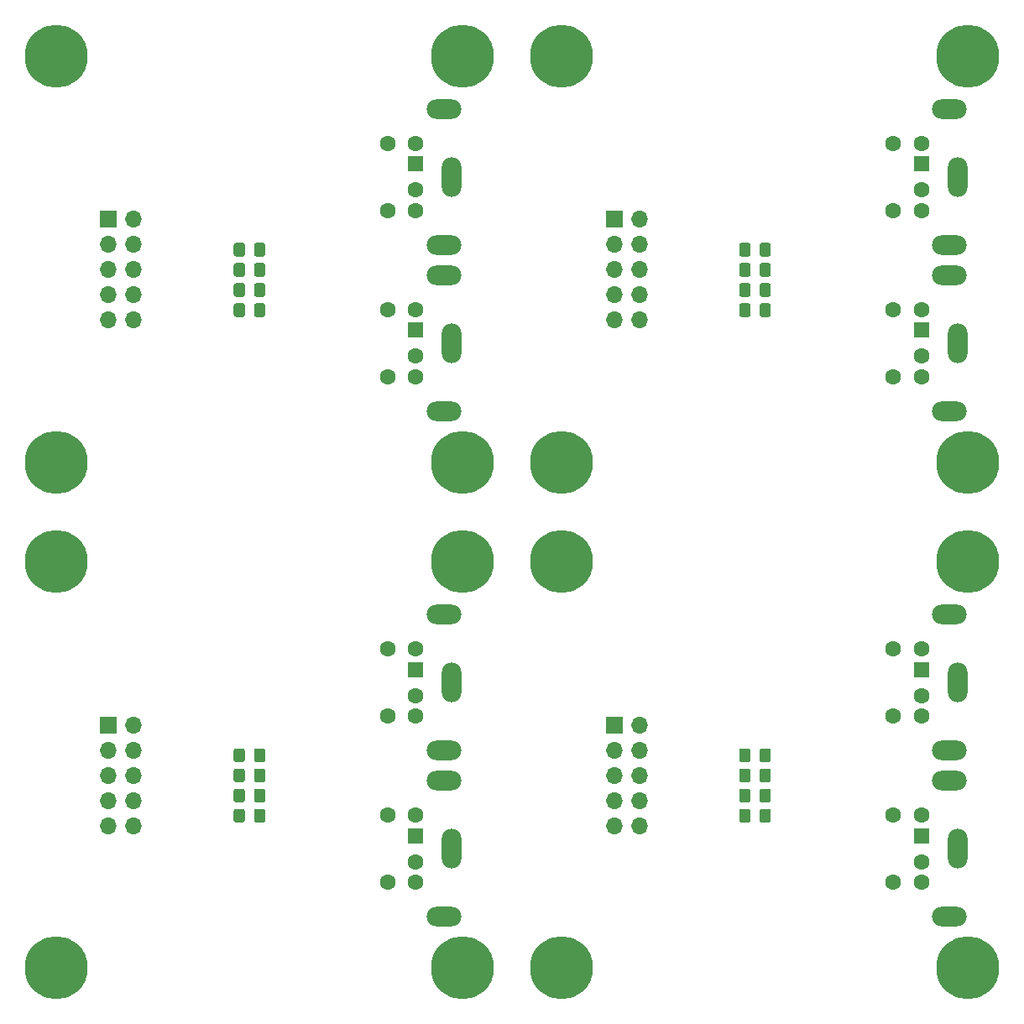
<source format=gbs>
%MOIN*%
%OFA0B0*%
%FSLAX46Y46*%
%IPPOS*%
%LPD*%
%ADD10C,0.25*%
%ADD11O,0.13779527559055119X0.07874015748031496*%
%ADD12R,0.062992125984251982X0.062992125984251982*%
%ADD13C,0.062992125984251982*%
%ADD14O,0.07874015748031496X0.15748031496062992*%
%ADD15R,0.066929133858267723X0.066929133858267723*%
%ADD16O,0.066929133858267723X0.066929133858267723*%
%ADD27C,0.25*%
%ADD28O,0.13779527559055119X0.07874015748031496*%
%ADD29R,0.062992125984251982X0.062992125984251982*%
%ADD30C,0.062992125984251982*%
%ADD31O,0.07874015748031496X0.15748031496062992*%
%ADD32R,0.066929133858267723X0.066929133858267723*%
%ADD33O,0.066929133858267723X0.066929133858267723*%
%ADD34C,0.25*%
%ADD35O,0.13779527559055119X0.07874015748031496*%
%ADD36R,0.062992125984251982X0.062992125984251982*%
%ADD37C,0.062992125984251982*%
%ADD38O,0.07874015748031496X0.15748031496062992*%
%ADD39R,0.066929133858267723X0.066929133858267723*%
%ADD40O,0.066929133858267723X0.066929133858267723*%
%ADD41C,0.25*%
%ADD42O,0.13779527559055119X0.07874015748031496*%
%ADD43R,0.062992125984251982X0.062992125984251982*%
%ADD44C,0.062992125984251982*%
%ADD45O,0.07874015748031496X0.15748031496062992*%
%ADD46R,0.066929133858267723X0.066929133858267723*%
%ADD47O,0.066929133858267723X0.066929133858267723*%
G01*
D10*
X-0000393700Y0002322834D02*
X0000157480Y0000157480D03*
X0001771653Y0000157480D03*
X0001771653Y0001771653D03*
X0000157480Y0001771653D03*
D11*
X0001698503Y0001021968D03*
X0001698503Y0001561338D03*
D12*
X0001586299Y0001342834D03*
D13*
X0001586299Y0001240472D03*
X0001586299Y0001425511D03*
X0001586299Y0001157795D03*
X0001476062Y0001425511D03*
X0001476062Y0001157795D03*
D14*
X0001730000Y0001291653D03*
X0001730000Y0000631653D03*
D13*
X0001476062Y0000497795D03*
X0001476062Y0000765511D03*
X0001586299Y0000497795D03*
X0001586299Y0000765511D03*
X0001586299Y0000580472D03*
D12*
X0001586299Y0000682834D03*
D11*
X0001698503Y0000901338D03*
X0001698503Y0000361968D03*
D15*
X0000366299Y0001122834D03*
D16*
X0000466299Y0001122834D03*
X0000366299Y0001022834D03*
X0000466299Y0001022834D03*
X0000366299Y0000922834D03*
X0000466299Y0000922834D03*
X0000366299Y0000822834D03*
X0000466299Y0000822834D03*
X0000366299Y0000722834D03*
X0000466299Y0000722834D03*
G36*
G01*
X0000989291Y0001020551D02*
X0000989291Y0000985118D01*
G75*
G02*
X0000979448Y0000975275I-0000009842D01*
G01*
X0000953858Y0000975275D01*
G75*
G02*
X0000944015Y0000985118J0000009842D01*
G01*
X0000944015Y0001020551D01*
G75*
G02*
X0000953858Y0001030393I0000009842D01*
G01*
X0000979448Y0001030393D01*
G75*
G02*
X0000989291Y0001020551J-0000009842D01*
G01*
G37*
G36*
G01*
X0000908582Y0001020551D02*
X0000908582Y0000985118D01*
G75*
G02*
X0000898740Y0000975275I-0000009842D01*
G01*
X0000873149Y0000975275D01*
G75*
G02*
X0000863307Y0000985118J0000009842D01*
G01*
X0000863307Y0001020551D01*
G75*
G02*
X0000873149Y0001030393I0000009842D01*
G01*
X0000898740Y0001030393D01*
G75*
G02*
X0000908582Y0001020551J-0000009842D01*
G01*
G37*
G36*
G01*
X0000908582Y0000940551D02*
X0000908582Y0000905118D01*
G75*
G02*
X0000898740Y0000895275I-0000009842D01*
G01*
X0000873149Y0000895275D01*
G75*
G02*
X0000863307Y0000905118J0000009842D01*
G01*
X0000863307Y0000940551D01*
G75*
G02*
X0000873149Y0000950393I0000009842D01*
G01*
X0000898740Y0000950393D01*
G75*
G02*
X0000908582Y0000940551J-0000009842D01*
G01*
G37*
G36*
G01*
X0000989291Y0000940551D02*
X0000989291Y0000905118D01*
G75*
G02*
X0000979448Y0000895275I-0000009842D01*
G01*
X0000953858Y0000895275D01*
G75*
G02*
X0000944015Y0000905118J0000009842D01*
G01*
X0000944015Y0000940551D01*
G75*
G02*
X0000953858Y0000950393I0000009842D01*
G01*
X0000979448Y0000950393D01*
G75*
G02*
X0000989291Y0000940551J-0000009842D01*
G01*
G37*
G36*
G01*
X0000989291Y0000860551D02*
X0000989291Y0000825118D01*
G75*
G02*
X0000979448Y0000815275I-0000009842D01*
G01*
X0000953858Y0000815275D01*
G75*
G02*
X0000944015Y0000825118J0000009842D01*
G01*
X0000944015Y0000860551D01*
G75*
G02*
X0000953858Y0000870393I0000009842D01*
G01*
X0000979448Y0000870393D01*
G75*
G02*
X0000989291Y0000860551J-0000009842D01*
G01*
G37*
G36*
G01*
X0000908582Y0000860551D02*
X0000908582Y0000825118D01*
G75*
G02*
X0000898740Y0000815275I-0000009842D01*
G01*
X0000873149Y0000815275D01*
G75*
G02*
X0000863307Y0000825118J0000009842D01*
G01*
X0000863307Y0000860551D01*
G75*
G02*
X0000873149Y0000870393I0000009842D01*
G01*
X0000898740Y0000870393D01*
G75*
G02*
X0000908582Y0000860551J-0000009842D01*
G01*
G37*
G36*
G01*
X0000908582Y0000780551D02*
X0000908582Y0000745118D01*
G75*
G02*
X0000898740Y0000735275I-0000009842D01*
G01*
X0000873149Y0000735275D01*
G75*
G02*
X0000863307Y0000745118J0000009842D01*
G01*
X0000863307Y0000780551D01*
G75*
G02*
X0000873149Y0000790393I0000009842D01*
G01*
X0000898740Y0000790393D01*
G75*
G02*
X0000908582Y0000780551J-0000009842D01*
G01*
G37*
G36*
G01*
X0000989291Y0000780551D02*
X0000989291Y0000745118D01*
G75*
G02*
X0000979448Y0000735275I-0000009842D01*
G01*
X0000953858Y0000735275D01*
G75*
G02*
X0000944015Y0000745118J0000009842D01*
G01*
X0000944015Y0000780551D01*
G75*
G02*
X0000953858Y0000790393I0000009842D01*
G01*
X0000979448Y0000790393D01*
G75*
G02*
X0000989291Y0000780551J-0000009842D01*
G01*
G37*
G04 next file*
G04 #@! TF.GenerationSoftware,KiCad,Pcbnew,(5.1.10)-1*
G04 #@! TF.CreationDate,2022-01-20T17:19:38-05:00*
G04 #@! TF.ProjectId,PS2X49,50533258-3439-42e6-9b69-6361645f7063,X1*
G04 #@! TF.SameCoordinates,Original*
G04 #@! TF.FileFunction,Soldermask,Bot*
G04 #@! TF.FilePolarity,Negative*
G04 Gerber Fmt 4.6, Leading zero omitted, Abs format (unit mm)*
G04 Created by KiCad (PCBNEW (5.1.10)-1) date 2022-01-20 17:19:38*
G01*
G04 APERTURE LIST*
G04 APERTURE END LIST*
D27*
X0001614173Y0004330708D02*
X0002165354Y0002165354D03*
X0003779527Y0002165354D03*
X0003779527Y0003779527D03*
X0002165354Y0003779527D03*
D28*
X0003706377Y0003029842D03*
X0003706377Y0003569212D03*
D29*
X0003594173Y0003350708D03*
D30*
X0003594173Y0003248346D03*
X0003594173Y0003433385D03*
X0003594173Y0003165669D03*
X0003483936Y0003433385D03*
X0003483936Y0003165669D03*
D31*
X0003737874Y0003299527D03*
X0003737874Y0002639527D03*
D30*
X0003483936Y0002505669D03*
X0003483936Y0002773385D03*
X0003594173Y0002505669D03*
X0003594173Y0002773385D03*
X0003594173Y0002588346D03*
D29*
X0003594173Y0002690708D03*
D28*
X0003706377Y0002909212D03*
X0003706377Y0002369842D03*
D32*
X0002374173Y0003130708D03*
D33*
X0002474173Y0003130708D03*
X0002374173Y0003030708D03*
X0002474173Y0003030708D03*
X0002374173Y0002930708D03*
X0002474173Y0002930708D03*
X0002374173Y0002830708D03*
X0002474173Y0002830708D03*
X0002374173Y0002730708D03*
X0002474173Y0002730708D03*
G36*
G01*
X0002997165Y0003028425D02*
X0002997165Y0002992992D01*
G75*
G02*
X0002987322Y0002983149I-0000009842D01*
G01*
X0002961732Y0002983149D01*
G75*
G02*
X0002951889Y0002992992J0000009842D01*
G01*
X0002951889Y0003028425D01*
G75*
G02*
X0002961732Y0003038267I0000009842D01*
G01*
X0002987322Y0003038267D01*
G75*
G02*
X0002997165Y0003028425J-0000009842D01*
G01*
G37*
G36*
G01*
X0002916456Y0003028425D02*
X0002916456Y0002992992D01*
G75*
G02*
X0002906614Y0002983149I-0000009842D01*
G01*
X0002881023Y0002983149D01*
G75*
G02*
X0002871181Y0002992992J0000009842D01*
G01*
X0002871181Y0003028425D01*
G75*
G02*
X0002881023Y0003038267I0000009842D01*
G01*
X0002906614Y0003038267D01*
G75*
G02*
X0002916456Y0003028425J-0000009842D01*
G01*
G37*
G36*
G01*
X0002916456Y0002948425D02*
X0002916456Y0002912992D01*
G75*
G02*
X0002906614Y0002903149I-0000009842D01*
G01*
X0002881023Y0002903149D01*
G75*
G02*
X0002871181Y0002912992J0000009842D01*
G01*
X0002871181Y0002948425D01*
G75*
G02*
X0002881023Y0002958267I0000009842D01*
G01*
X0002906614Y0002958267D01*
G75*
G02*
X0002916456Y0002948425J-0000009842D01*
G01*
G37*
G36*
G01*
X0002997165Y0002948425D02*
X0002997165Y0002912992D01*
G75*
G02*
X0002987322Y0002903149I-0000009842D01*
G01*
X0002961732Y0002903149D01*
G75*
G02*
X0002951889Y0002912992J0000009842D01*
G01*
X0002951889Y0002948425D01*
G75*
G02*
X0002961732Y0002958267I0000009842D01*
G01*
X0002987322Y0002958267D01*
G75*
G02*
X0002997165Y0002948425J-0000009842D01*
G01*
G37*
G36*
G01*
X0002997165Y0002868425D02*
X0002997165Y0002832992D01*
G75*
G02*
X0002987322Y0002823149I-0000009842D01*
G01*
X0002961732Y0002823149D01*
G75*
G02*
X0002951889Y0002832992J0000009842D01*
G01*
X0002951889Y0002868425D01*
G75*
G02*
X0002961732Y0002878267I0000009842D01*
G01*
X0002987322Y0002878267D01*
G75*
G02*
X0002997165Y0002868425J-0000009842D01*
G01*
G37*
G36*
G01*
X0002916456Y0002868425D02*
X0002916456Y0002832992D01*
G75*
G02*
X0002906614Y0002823149I-0000009842D01*
G01*
X0002881023Y0002823149D01*
G75*
G02*
X0002871181Y0002832992J0000009842D01*
G01*
X0002871181Y0002868425D01*
G75*
G02*
X0002881023Y0002878267I0000009842D01*
G01*
X0002906614Y0002878267D01*
G75*
G02*
X0002916456Y0002868425J-0000009842D01*
G01*
G37*
G36*
G01*
X0002916456Y0002788425D02*
X0002916456Y0002752992D01*
G75*
G02*
X0002906614Y0002743149I-0000009842D01*
G01*
X0002881023Y0002743149D01*
G75*
G02*
X0002871181Y0002752992J0000009842D01*
G01*
X0002871181Y0002788425D01*
G75*
G02*
X0002881023Y0002798267I0000009842D01*
G01*
X0002906614Y0002798267D01*
G75*
G02*
X0002916456Y0002788425J-0000009842D01*
G01*
G37*
G36*
G01*
X0002997165Y0002788425D02*
X0002997165Y0002752992D01*
G75*
G02*
X0002987322Y0002743149I-0000009842D01*
G01*
X0002961732Y0002743149D01*
G75*
G02*
X0002951889Y0002752992J0000009842D01*
G01*
X0002951889Y0002788425D01*
G75*
G02*
X0002961732Y0002798267I0000009842D01*
G01*
X0002987322Y0002798267D01*
G75*
G02*
X0002997165Y0002788425J-0000009842D01*
G01*
G37*
G04 next file*
G04 #@! TF.GenerationSoftware,KiCad,Pcbnew,(5.1.10)-1*
G04 #@! TF.CreationDate,2022-01-20T17:19:38-05:00*
G04 #@! TF.ProjectId,PS2X49,50533258-3439-42e6-9b69-6361645f7063,X1*
G04 #@! TF.SameCoordinates,Original*
G04 #@! TF.FileFunction,Soldermask,Bot*
G04 #@! TF.FilePolarity,Negative*
G04 Gerber Fmt 4.6, Leading zero omitted, Abs format (unit mm)*
G04 Created by KiCad (PCBNEW (5.1.10)-1) date 2022-01-20 17:19:38*
G01*
G04 APERTURE LIST*
G04 APERTURE END LIST*
D34*
X0001614173Y0002322834D02*
X0002165354Y0000157480D03*
X0003779527Y0000157480D03*
X0003779527Y0001771653D03*
X0002165354Y0001771653D03*
D35*
X0003706377Y0001021968D03*
X0003706377Y0001561338D03*
D36*
X0003594173Y0001342834D03*
D37*
X0003594173Y0001240472D03*
X0003594173Y0001425511D03*
X0003594173Y0001157795D03*
X0003483936Y0001425511D03*
X0003483936Y0001157795D03*
D38*
X0003737874Y0001291653D03*
X0003737874Y0000631653D03*
D37*
X0003483936Y0000497795D03*
X0003483936Y0000765511D03*
X0003594173Y0000497795D03*
X0003594173Y0000765511D03*
X0003594173Y0000580472D03*
D36*
X0003594173Y0000682834D03*
D35*
X0003706377Y0000901338D03*
X0003706377Y0000361968D03*
D39*
X0002374173Y0001122834D03*
D40*
X0002474173Y0001122834D03*
X0002374173Y0001022834D03*
X0002474173Y0001022834D03*
X0002374173Y0000922834D03*
X0002474173Y0000922834D03*
X0002374173Y0000822834D03*
X0002474173Y0000822834D03*
X0002374173Y0000722834D03*
X0002474173Y0000722834D03*
G36*
G01*
X0002997165Y0001020551D02*
X0002997165Y0000985118D01*
G75*
G02*
X0002987322Y0000975275I-0000009842D01*
G01*
X0002961732Y0000975275D01*
G75*
G02*
X0002951889Y0000985118J0000009842D01*
G01*
X0002951889Y0001020551D01*
G75*
G02*
X0002961732Y0001030393I0000009842D01*
G01*
X0002987322Y0001030393D01*
G75*
G02*
X0002997165Y0001020551J-0000009842D01*
G01*
G37*
G36*
G01*
X0002916456Y0001020551D02*
X0002916456Y0000985118D01*
G75*
G02*
X0002906614Y0000975275I-0000009842D01*
G01*
X0002881023Y0000975275D01*
G75*
G02*
X0002871181Y0000985118J0000009842D01*
G01*
X0002871181Y0001020551D01*
G75*
G02*
X0002881023Y0001030393I0000009842D01*
G01*
X0002906614Y0001030393D01*
G75*
G02*
X0002916456Y0001020551J-0000009842D01*
G01*
G37*
G36*
G01*
X0002916456Y0000940551D02*
X0002916456Y0000905118D01*
G75*
G02*
X0002906614Y0000895275I-0000009842D01*
G01*
X0002881023Y0000895275D01*
G75*
G02*
X0002871181Y0000905118J0000009842D01*
G01*
X0002871181Y0000940551D01*
G75*
G02*
X0002881023Y0000950393I0000009842D01*
G01*
X0002906614Y0000950393D01*
G75*
G02*
X0002916456Y0000940551J-0000009842D01*
G01*
G37*
G36*
G01*
X0002997165Y0000940551D02*
X0002997165Y0000905118D01*
G75*
G02*
X0002987322Y0000895275I-0000009842D01*
G01*
X0002961732Y0000895275D01*
G75*
G02*
X0002951889Y0000905118J0000009842D01*
G01*
X0002951889Y0000940551D01*
G75*
G02*
X0002961732Y0000950393I0000009842D01*
G01*
X0002987322Y0000950393D01*
G75*
G02*
X0002997165Y0000940551J-0000009842D01*
G01*
G37*
G36*
G01*
X0002997165Y0000860551D02*
X0002997165Y0000825118D01*
G75*
G02*
X0002987322Y0000815275I-0000009842D01*
G01*
X0002961732Y0000815275D01*
G75*
G02*
X0002951889Y0000825118J0000009842D01*
G01*
X0002951889Y0000860551D01*
G75*
G02*
X0002961732Y0000870393I0000009842D01*
G01*
X0002987322Y0000870393D01*
G75*
G02*
X0002997165Y0000860551J-0000009842D01*
G01*
G37*
G36*
G01*
X0002916456Y0000860551D02*
X0002916456Y0000825118D01*
G75*
G02*
X0002906614Y0000815275I-0000009842D01*
G01*
X0002881023Y0000815275D01*
G75*
G02*
X0002871181Y0000825118J0000009842D01*
G01*
X0002871181Y0000860551D01*
G75*
G02*
X0002881023Y0000870393I0000009842D01*
G01*
X0002906614Y0000870393D01*
G75*
G02*
X0002916456Y0000860551J-0000009842D01*
G01*
G37*
G36*
G01*
X0002916456Y0000780551D02*
X0002916456Y0000745118D01*
G75*
G02*
X0002906614Y0000735275I-0000009842D01*
G01*
X0002881023Y0000735275D01*
G75*
G02*
X0002871181Y0000745118J0000009842D01*
G01*
X0002871181Y0000780551D01*
G75*
G02*
X0002881023Y0000790393I0000009842D01*
G01*
X0002906614Y0000790393D01*
G75*
G02*
X0002916456Y0000780551J-0000009842D01*
G01*
G37*
G36*
G01*
X0002997165Y0000780551D02*
X0002997165Y0000745118D01*
G75*
G02*
X0002987322Y0000735275I-0000009842D01*
G01*
X0002961732Y0000735275D01*
G75*
G02*
X0002951889Y0000745118J0000009842D01*
G01*
X0002951889Y0000780551D01*
G75*
G02*
X0002961732Y0000790393I0000009842D01*
G01*
X0002987322Y0000790393D01*
G75*
G02*
X0002997165Y0000780551J-0000009842D01*
G01*
G37*
G04 next file*
G04 #@! TF.GenerationSoftware,KiCad,Pcbnew,(5.1.10)-1*
G04 #@! TF.CreationDate,2022-01-20T17:19:38-05:00*
G04 #@! TF.ProjectId,PS2X49,50533258-3439-42e6-9b69-6361645f7063,X1*
G04 #@! TF.SameCoordinates,Original*
G04 #@! TF.FileFunction,Soldermask,Bot*
G04 #@! TF.FilePolarity,Negative*
G04 Gerber Fmt 4.6, Leading zero omitted, Abs format (unit mm)*
G04 Created by KiCad (PCBNEW (5.1.10)-1) date 2022-01-20 17:19:38*
G01*
G04 APERTURE LIST*
G04 APERTURE END LIST*
D41*
X-0000393700Y0004330708D02*
X0000157480Y0002165354D03*
X0001771653Y0002165354D03*
X0001771653Y0003779527D03*
X0000157480Y0003779527D03*
D42*
X0001698503Y0003029842D03*
X0001698503Y0003569212D03*
D43*
X0001586299Y0003350708D03*
D44*
X0001586299Y0003248346D03*
X0001586299Y0003433385D03*
X0001586299Y0003165669D03*
X0001476062Y0003433385D03*
X0001476062Y0003165669D03*
D45*
X0001730000Y0003299527D03*
X0001730000Y0002639527D03*
D44*
X0001476062Y0002505669D03*
X0001476062Y0002773385D03*
X0001586299Y0002505669D03*
X0001586299Y0002773385D03*
X0001586299Y0002588346D03*
D43*
X0001586299Y0002690708D03*
D42*
X0001698503Y0002909212D03*
X0001698503Y0002369842D03*
D46*
X0000366299Y0003130708D03*
D47*
X0000466299Y0003130708D03*
X0000366299Y0003030708D03*
X0000466299Y0003030708D03*
X0000366299Y0002930708D03*
X0000466299Y0002930708D03*
X0000366299Y0002830708D03*
X0000466299Y0002830708D03*
X0000366299Y0002730708D03*
X0000466299Y0002730708D03*
G36*
G01*
X0000989291Y0003028425D02*
X0000989291Y0002992992D01*
G75*
G02*
X0000979448Y0002983149I-0000009842D01*
G01*
X0000953858Y0002983149D01*
G75*
G02*
X0000944015Y0002992992J0000009842D01*
G01*
X0000944015Y0003028425D01*
G75*
G02*
X0000953858Y0003038267I0000009842D01*
G01*
X0000979448Y0003038267D01*
G75*
G02*
X0000989291Y0003028425J-0000009842D01*
G01*
G37*
G36*
G01*
X0000908582Y0003028425D02*
X0000908582Y0002992992D01*
G75*
G02*
X0000898740Y0002983149I-0000009842D01*
G01*
X0000873149Y0002983149D01*
G75*
G02*
X0000863307Y0002992992J0000009842D01*
G01*
X0000863307Y0003028425D01*
G75*
G02*
X0000873149Y0003038267I0000009842D01*
G01*
X0000898740Y0003038267D01*
G75*
G02*
X0000908582Y0003028425J-0000009842D01*
G01*
G37*
G36*
G01*
X0000908582Y0002948425D02*
X0000908582Y0002912992D01*
G75*
G02*
X0000898740Y0002903149I-0000009842D01*
G01*
X0000873149Y0002903149D01*
G75*
G02*
X0000863307Y0002912992J0000009842D01*
G01*
X0000863307Y0002948425D01*
G75*
G02*
X0000873149Y0002958267I0000009842D01*
G01*
X0000898740Y0002958267D01*
G75*
G02*
X0000908582Y0002948425J-0000009842D01*
G01*
G37*
G36*
G01*
X0000989291Y0002948425D02*
X0000989291Y0002912992D01*
G75*
G02*
X0000979448Y0002903149I-0000009842D01*
G01*
X0000953858Y0002903149D01*
G75*
G02*
X0000944015Y0002912992J0000009842D01*
G01*
X0000944015Y0002948425D01*
G75*
G02*
X0000953858Y0002958267I0000009842D01*
G01*
X0000979448Y0002958267D01*
G75*
G02*
X0000989291Y0002948425J-0000009842D01*
G01*
G37*
G36*
G01*
X0000989291Y0002868425D02*
X0000989291Y0002832992D01*
G75*
G02*
X0000979448Y0002823149I-0000009842D01*
G01*
X0000953858Y0002823149D01*
G75*
G02*
X0000944015Y0002832992J0000009842D01*
G01*
X0000944015Y0002868425D01*
G75*
G02*
X0000953858Y0002878267I0000009842D01*
G01*
X0000979448Y0002878267D01*
G75*
G02*
X0000989291Y0002868425J-0000009842D01*
G01*
G37*
G36*
G01*
X0000908582Y0002868425D02*
X0000908582Y0002832992D01*
G75*
G02*
X0000898740Y0002823149I-0000009842D01*
G01*
X0000873149Y0002823149D01*
G75*
G02*
X0000863307Y0002832992J0000009842D01*
G01*
X0000863307Y0002868425D01*
G75*
G02*
X0000873149Y0002878267I0000009842D01*
G01*
X0000898740Y0002878267D01*
G75*
G02*
X0000908582Y0002868425J-0000009842D01*
G01*
G37*
G36*
G01*
X0000908582Y0002788425D02*
X0000908582Y0002752992D01*
G75*
G02*
X0000898740Y0002743149I-0000009842D01*
G01*
X0000873149Y0002743149D01*
G75*
G02*
X0000863307Y0002752992J0000009842D01*
G01*
X0000863307Y0002788425D01*
G75*
G02*
X0000873149Y0002798267I0000009842D01*
G01*
X0000898740Y0002798267D01*
G75*
G02*
X0000908582Y0002788425J-0000009842D01*
G01*
G37*
G36*
G01*
X0000989291Y0002788425D02*
X0000989291Y0002752992D01*
G75*
G02*
X0000979448Y0002743149I-0000009842D01*
G01*
X0000953858Y0002743149D01*
G75*
G02*
X0000944015Y0002752992J0000009842D01*
G01*
X0000944015Y0002788425D01*
G75*
G02*
X0000953858Y0002798267I0000009842D01*
G01*
X0000979448Y0002798267D01*
G75*
G02*
X0000989291Y0002788425J-0000009842D01*
G01*
G37*
M02*
</source>
